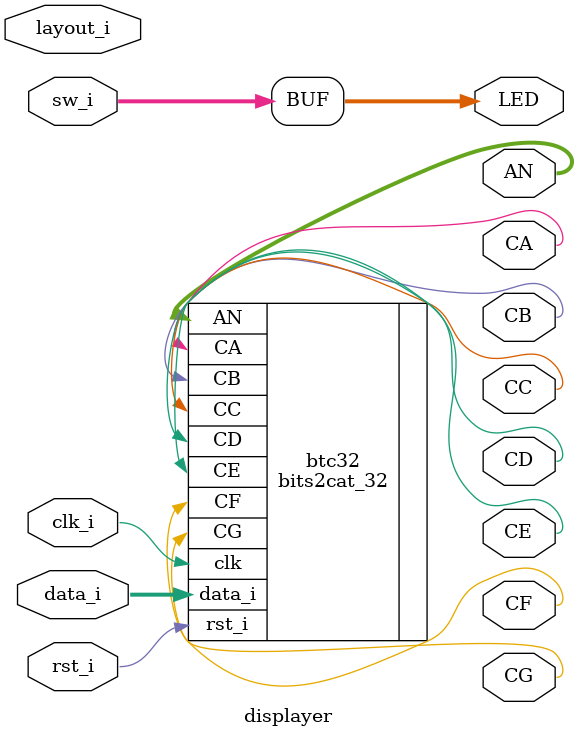
<source format=v>
`timescale 1ns / 1ps

module displayer (
    input clk_i,
    input rst_i,
    input [31:0] data_i,
    input [3:0] layout_i,
    input [15:0] sw_i,
    output CA, CB, CC, CD, CE, CF, CG,
    output [7:0] AN,
    output [15:0] LED
);

    bits2cat_32 btc32(
        .clk(clk_i),
        .rst_i(rst_i),
        .data_i(data_i),
        .CA(CA), .CB(CB), .CC(CC), .CD(CD), .CE(CE), .CF(CF), .CG(CG),
        .AN(AN)
    );
    
    assign LED = sw_i;

endmodule
</source>
